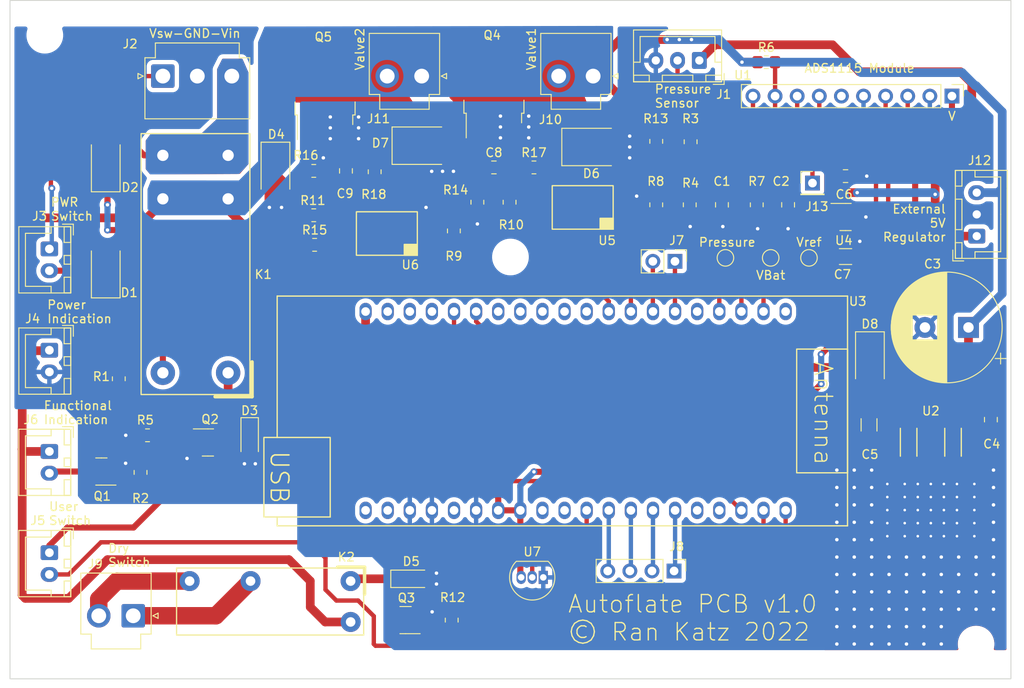
<source format=kicad_pcb>
(kicad_pcb (version 20211014) (generator pcbnew)
  (title_block (title "Autoflate - Tire inflator controller board") (company "NIghtmechanics") (comment 4 "AISLER Project ID: KECQLVEM"))
  (layers (0 "F.Cu" signal) (31 "B.Cu" signal) (34 "B.Paste" user) (35 "F.Paste" user) (36 "B.SilkS" user "B.Silkscreen") (37 "F.SilkS" user "F.Silkscreen") (38 "B.Mask" user) (39 "F.Mask" user) (44 "Edge.Cuts" user))
  (net 0 "")
  (net 1 "/Pressure")
  (net 2 "GND")
  (net 3 "/VBAT")
  (net 4 "+12V")
  (net 5 "+5V")
  (net 6 "/Vref")
  (net 7 "Net-(C8-Pad1)")
  (net 8 "Net-(C9-Pad1)")
  (net 9 "Net-(D1-Pad1)")
  (net 10 "Net-(D1-Pad2)")
  (net 11 "Net-(D2-Pad1)")
  (net 12 "Net-(D3-Pad1)")
  (net 13 "Net-(D5-Pad1)")
  (net 14 "Net-(D6-Pad1)")
  (net 15 "Net-(D7-Pad1)")
  (net 16 "Net-(D8-Pad1)")
  (net 17 "Net-(J1-Pad2)")
  (net 18 "/VDD3V3")
  (net 19 "/User_SW")
  (net 20 "Net-(J6-Pad2)")
  (net 21 "Net-(J8-Pad1)")
  (net 22 "Net-(J8-Pad2)")
  (net 23 "Net-(J8-Pad3)")
  (net 24 "Net-(J8-Pad4)")
  (net 25 "/Func_Ind")
  (net 26 "Net-(Q2-Pad1)")
  (net 27 "Net-(Q4-Pad1)")
  (net 28 "Net-(Q5-Pad1)")
  (net 29 "Net-(R10-Pad1)")
  (net 30 "Net-(R11-Pad1)")
  (net 31 "Net-(R13-Pad1)")
  (net 32 "Net-(R15-Pad1)")
  (net 33 "/ADC_SCL")
  (net 34 "/ADC_SDA")
  (net 35 "Net-(J2-Pad1)")
  (net 38 "Net-(J9-Pad1)")
  (net 52 "Net-(J9-Pad2)")
  (net 53 "Net-(R8-Pad2)")
  (net 54 "Net-(R9-Pad2)")
  (net 55 "/Vin")
  (net 56 "Net-(J13-Pad1)")
  (net 57 "/Temp_DQ")
  (net 59 "Net-(J7-Pad2)")
  (net 60 "/Valve1")
  (net 61 "/Valve2")
  (net 64 "Net-(J7-Pad1)")
  (net 65 "Net-(Q3-Pad1)")
  (footprint "Connector_JST:JST_XH_B2B-XH-A_1x02_P2.50mm_Vertical" (layer "F.Cu") (at 34.525 55.574375 -90)
    (fp_text reference "J3")
    (fp_text value "JST_XH_2")
  )
  (footprint "Resistor_SMD:R_0805_2012Metric_Pad1.20x1.40mm_HandSolder" (layer "F.Cu") (at 80.75 98.25 90)
    (fp_text reference "R12")
    (fp_text value "10k")
  )
  (footprint "Package_TO_SOT_THT:TO-92_Inline" (layer "F.Cu") (at 91.27 93.34 180)
    (fp_text reference "U7")
    (fp_text value "DS18B20")
  )
  (footprint "Capacitor_SMD:C_0805_2012Metric_Pad1.18x1.45mm_HandSolder" (layer "F.Cu") (at 126 47.2)
    (fp_text reference "C6")
    (fp_text value "0.1uF")
  )
  (footprint "Resistor_SMD:R_0805_2012Metric_Pad1.20x1.40mm_HandSolder" (layer "F.Cu") (at 87.4 50.2 90)
    (fp_text reference "R10")
    (fp_text value "100R")
  )
  (footprint "NIghtmechanic:OMRON_G5RL_1A_E" (layer "F.Cu") (at 55.0625 49.8125 90)
    (fp_text reference "K1")
    (fp_text value "G5RL-1A-E-HR")
  )
  (footprint "TestPoint:TestPoint_Pad_D1.5mm" (layer "F.Cu") (at 112.2 56.6)
    (fp_text reference "TP1" hide)
    (fp_text value "TestPoint")
  )
  (footprint "NIghtmechanic:K10104X" (layer "F.Cu") (at 95.8 52.05 180)
    (fp_text reference "U5")
    (fp_text value "K10104")
  )
  (footprint "Resistor_SMD:R_0805_2012Metric_Pad1.20x1.40mm_HandSolder" (layer "F.Cu") (at 115.8 50.5 -90)
    (fp_text reference "R7")
    (fp_text value "2k 0.1%")
  )
  (footprint "Connector_JST:JST_XH_B3B-XH-A_1x03_P2.50mm_Vertical" (layer "F.Cu") (at 141.075 54.1 90)
    (fp_text reference "J12")
    (fp_text value "JST_XH_3")
  )
  (footprint "Capacitor_SMD:C_0805_2012Metric_Pad1.18x1.45mm_HandSolder" (layer "F.Cu") (at 142.7 75.2 -90)
    (fp_text reference "C4")
    (fp_text value "0.1uF")
  )
  (footprint "Resistor_SMD:R_0805_2012Metric_Pad1.20x1.40mm_HandSolder" (layer "F.Cu") (at 42.5 70.5 -90)
    (fp_text reference "R1")
    (fp_text value "4.7k")
  )
  (footprint "Resistor_SMD:R_0805_2012Metric_Pad1.20x1.40mm_HandSolder" (layer "F.Cu") (at 64.9 46.6 180)
    (fp_text reference "R16")
    (fp_text value "4.7k")
  )
  (footprint "Diode_SMD:D_SMA" (layer "F.Cu") (at 128.8 68.5 -90)
    (fp_text reference "D8")
    (fp_text value "SS34")
  )
  (footprint "Capacitor_THT:CP_Radial_D12.5mm_P5.00mm" (layer "F.Cu") (at 140.123959 64.6 180)
    (fp_text reference "C3")
    (fp_text value "180uF/35V")
  )
  (footprint "NIghtmechanic:OMRON_G5NB_1A" (layer "F.Cu") (at 57.6375 93.7625 180)
    (fp_text reference "K2")
    (fp_text value "G5NB-1A-E")
  )
  (footprint "Capacitor_SMD:C_1206_3216Metric_Pad1.33x1.80mm_HandSolder" (layer "F.Cu") (at 126 56.45)
    (fp_text reference "C7")
    (fp_text value "1uF")
  )
  (footprint "Resistor_SMD:R_0805_2012Metric_Pad1.20x1.40mm_HandSolder" (layer "F.Cu") (at 71.9 46.7 90)
    (fp_text reference "R18")
    (fp_text value "2.2k")
  )
  (footprint "Resistor_SMD:R_0805_2012Metric_Pad1.20x1.40mm_HandSolder" (layer "F.Cu") (at 116.9 34.1)
    (fp_text reference "R6")
    (fp_text value "10k 0.1%")
  )
  (footprint "MountingHole:MountingHole_3.2mm_M3" (layer "F.Cu") (at 141 31)
    (fp_text reference "H2" hide)
    (fp_text value "MountingHole")
  )
  (footprint "Package_TO_SOT_SMD:TO-252-2" (layer "F.Cu") (at 85.6 37.5 90)
    (fp_text reference "Q4")
    (fp_text value "IRLR7843")
  )
  (footprint "Diode_SMD:D_SMB" (layer "F.Cu") (at 77.45 43.7)
    (fp_text reference "D7")
    (fp_text value "1SMB5932")
  )
  (footprint "TestPoint:TestPoint_Pad_D1.5mm" (layer "F.Cu") (at 117.4 56.6)
    (fp_text reference "TP2" hide)
    (fp_text value "TestPoint")
  )
  (footprint "MountingHole:MountingHole_3.2mm_M3" (layer "F.Cu") (at 34 101)
    (fp_text reference "H4" hide)
    (fp_text value "MountingHole")
  )
  (footprint "Resistor_SMD:R_0805_2012Metric_Pad1.20x1.40mm_HandSolder" (layer "F.Cu") (at 83.7 50.2 90)
    (fp_text reference "R14")
    (fp_text value "4.7k")
  )
  (footprint "NIghtmechanic:ST_D2PAK" (layer "F.Cu") (at 135.8 84.6 180)
    (fp_text reference "U2")
    (fp_text value "L7805")
  )
  (footprint "Connector_JST:JST_XH_B3B-XH-A_1x03_P2.50mm_Vertical" (layer "F.Cu") (at 109.2 33.9 180)
    (fp_text reference "J1")
    (fp_text value "JST_XH_3")
  )
  (footprint "NIghtmechanic:K10104X" (layer "F.Cu") (at 73.3 55.05 180)
    (fp_text reference "U6")
    (fp_text value "K10104")
  )
  (footprint "Diode_SMD:D_SMA" (layer "F.Cu") (at 60.5 46.7 -90)
    (fp_text reference "D4")
    (fp_text value "SS34")
  )
  (footprint "Capacitor_SMD:C_0805_2012Metric_Pad1.18x1.45mm_HandSolder" (layer "F.Cu") (at 111.8 50.5 -90)
    (fp_text reference "C1")
    (fp_text value "0.1uF")
  )
  (footprint "Resistor_SMD:R_0805_2012Metric_Pad1.20x1.40mm_HandSolder" (layer "F.Cu") (at 65 55.1 180)
    (fp_text reference "R15")
    (fp_text value "2k")
  )
  (footprint "TestPoint:TestPoint_Pad_D1.5mm" (layer "F.Cu") (at 121.8 56.6)
    (fp_text reference "TP3" hide)
    (fp_text value "TestPoint")
  )
  (footprint "Connector_PinHeader_2.54mm:PinHeader_1x04_P2.54mm_Vertical" (layer "F.Cu") (at 106.3 92.6 -90)
    (fp_text reference "J8")
    (fp_text value "Header_4")
  )
  (footprint "Package_TO_SOT_SMD:SOT-23" (layer "F.Cu") (at 52.7375 77.825)
    (fp_text reference "Q2")
    (fp_text value "AO3400A")
  )
  (footprint "Resistor_SMD:R_0805_2012Metric_Pad1.20x1.40mm_HandSolder" (layer "F.Cu") (at 45 81.2655 90)
    (fp_text reference "R2")
    (fp_text value "10k")
  )
  (footprint "Diode_SMD:D_SMA" (layer "F.Cu") (at 41 57.8 90)
    (fp_text reference "D1")
    (fp_text value "SS34")
  )
  (footprint "Connector_PinHeader_2.54mm:PinHeader_1x02_P2.54mm_Vertical" (layer "F.Cu") (at 106.4 57 -90)
    (fp_text reference "J7")
    (fp_text value "Header_2")
  )
  (footprint "Connector_JST:JST_VH_B3P-VH_1x03_P3.96mm_Vertical" (layer "F.Cu") (at 47.5625 35.7)
    (fp_text reference "J2")
    (fp_text value "JST_VH_3")
  )
  (footprint "Capacitor_SMD:C_0805_2012Metric_Pad1.18x1.45mm_HandSolder" (layer "F.Cu") (at 68.6 46.6 90)
    (fp_text reference "C9")
    (fp_text value "33nF")
  )
  (footprint "Connector_JST:JST_XH_B2B-XH-A_1x02_P2.50mm_Vertical" (layer "F.Cu") (at 34.525 90.5 -90)
    (fp_text reference "J5")
    (fp_text value "JST_XH_2")
  )
  (footprint "Connector_JST:JST_VH_B2P-VH_1x02_P3.96mm_Vertical" (layer "F.Cu") (at 77.3 35.7 180)
    (fp_text reference "J11")
    (fp_text value "JST_VH_2")
  )
  (footprint "Connector_JST:JST_VH_B2P-VH_1x02_P3.96mm_Vertical" (layer "F.Cu") (at 44.1575 97.75 180)
    (fp_text reference "J9")
    (fp_text value "JST_VH_2")
  )
  (footprint "Resistor_SMD:R_0805_2012Metric_Pad1.20x1.40mm_HandSolder" (layer "F.Cu") (at 81 53.5 90)
    (fp_text reference "R9")
    (fp_text value "1k")
  )
  (footprint "Resistor_SMD:R_0805_2012Metric_Pad1.20x1.40mm_HandSolder" (layer "F.Cu") (at 90.2 46.2)
    (fp_text reference "R17")
    (fp_text value "2.2k")
  )
  (footprint "NIghtmechanic:LILYGO_TTGO_ESP32_S2" (layer "F.Cu") (at 94.986 74.2 180)
    (fp_text reference "U3")
    (fp_text value "LILYGO_TTGO_ESP32_S2")
  )
  (footprint "Resistor_SMD:R_0805_2012Metric_Pad1.20x1.40mm_HandSolder" (layer "F.Cu") (at 104.25 43.2 90)
    (fp_text reference "R13")
    (fp_text value "2k")
  )
  (footprint "Resistor_SMD:R_0805_2012Metric_Pad1.20x1.40mm_HandSolder" (layer "F.Cu") (at 104.25 50.5 90)
    (fp_text reference "R8")
    (fp_text value "1k")
  )
  (footprint "Capacitor_SMD:C_1206_3216Metric_Pad1.33x1.80mm_HandSolder" (layer "F.Cu") (at 128.7 75.8 -90)
    (fp_text reference "C5")
    (fp_text value "1uF")
  )
  (footprint "Capacitor_SMD:C_0805_2012Metric_Pad1.18x1.45mm_HandSolder" (layer "F.Cu") (at 85.6 46.2 180)
    (fp_text reference "C8")
    (fp_text value "33nF")
  )
  (footprint "Package_TO_SOT_SMD:SOT-23" (layer "F.Cu") (at 75.45 98.25 180)
    (fp_text reference "Q3")
    (fp_text value "AO3400A")
  )
  (footprint "Diode_SMD:D_SOD-123" (layer "F.Cu") (at 76 93.5)
    (fp_text reference "D5")
    (fp_text value "BZT52C20")
  )
  (footprint "Connector_JST:JST_VH_B2P-VH_1x02_P3.96mm_Vertical" (layer "F.Cu") (at 97 35.7 180)
    (fp_text reference "J10")
    (fp_text value "JST_VH_2")
  )
  (footprint "Connector_JST:JST_XH_B2B-XH-A_1x02_P2.50mm_Vertical" (layer "F.Cu") (at 34.525 67.21625 -90)
    (fp_text reference "J4")
    (fp_text value "JST_XH_2")
  )
  (footprint "MountingHole:MountingHole_3.2mm_M3" (layer "F.Cu") (at 141 101)
    (fp_text reference "H3" hide)
    (fp_text value "MountingHole")
  )
  (footprint "Diode_SMD:D_SMB" (layer "F.Cu") (at 96.95 43.85)
    (fp_text reference "D6")
    (fp_text value "1SMB5932")
  )
  (footprint "Diode_SMD:D_SMA" (layer "F.Cu") (at 41 45.6 90)
    (fp_text reference "D2")
    (fp_text value "SS34")
  )
  (footprint "Resistor_SMD:R_0805_2012Metric_Pad1.20x1.40mm_HandSolder" (layer "F.Cu") (at 108.2 43.25 -90)
    (fp_text reference "R3")
    (fp_text value "1k 0.1%")
  )
  (footprint "Capacitor_SMD:C_0805_2012Metric_Pad1.18x1.45mm_HandSolder" (layer "F.Cu") (at 119.4 50.5 -90)
    (fp_text reference "C2")
    (fp_text value "0.1uF")
  )
  (footprint "Resistor_SMD:R_0805_2012Metric_Pad1.20x1.40mm_HandSolder" (layer "F.Cu") (at 108.1 50.5 -90)
    (fp_text reference "R4")
    (fp_text value "2k 0.1%")
  )
  (footprint "Package_TO_SOT_SMD:SOT-23" (layer "F.Cu") (at 126 51.9)
    (fp_text reference "U4")
    (fp_text value "MCP1525-TT")
  )
  (footprint "MountingHole:MountingHole_3.2mm_M3" (layer "F.Cu") (at 87.5 56.5)
    (fp_text reference "H5" hide)
    (fp_text value "MountingHole")
  )
  (footprint "Connector_PinHeader_2.54mm:PinHeader_1x01_P2.54mm_Vertical" (layer "F.Cu") (at 122.2 48)
    (fp_text reference "J13")
    (fp_text value "Header_1")
  )
  (footprint "Resistor_SMD:R_0805_2012Metric_Pad1.20x1.40mm_HandSolder" (layer "F.Cu") (at 64.9 51.7 180)
    (fp_text reference "R11")
    (fp_text value "100R")
  )
  (footprint "NIghtmechanic:GY-ADS1115" (layer "F.Cu") (at 138.225 38 -90)
    (fp_text reference "U1")
    (fp_text value "ADS1115_Module")
  )
  (footprint "Diode_SMD:D_SOD-123" (layer "F.Cu") (at 57.5375 77.225 -90)
    (fp_text reference "D3")
    (fp_text value "BZT52C20")
  )
  (footprint "Package_TO_SOT_SMD:SOT-23" (layer "F.Cu") (at 40.5 81.1655 180)
    (fp_text reference "Q1")
    (fp_text value "AO3400A")
  )
  (footprint "Connector_JST:JST_XH_B2B-XH-A_1x02_P2.50mm_Vertical" (layer "F.Cu") (at 34.525 78.858125 -90)
    (fp_text reference "J6")
    (fp_text value "JST_XH_2")
  )
  (footprint "Package_TO_SOT_SMD:TO-252-2" (layer "F.Cu") (at 66.2 37.7 90)
    (fp_text reference "Q5")
    (fp_text value "IRLR7843")
  )
  (footprint "MountingHole:MountingHole_3.2mm_M3" (layer "F.Cu") (at 34 31)
    (fp_text reference "H1" hide)
    (fp_text value "MountingHole")
  )
  (footprint "Resistor_SMD:R_0805_2012Metric_Pad1.20x1.40mm_HandSolder" (layer "F.Cu") (at 45.8 77 180)
    (fp_text reference "R5")
    (fp_text value "10k")
  )
  (gr_rect (start 30 27) (end 145 105) (layer "Edge.Cuts") (width 0.1) (fill none))
  (gr_text "Valve1" (at 89.9 32.6 90) (layer "F.SilkS") (effects (font (size 1 1))))
  (gr_text "User\nSwitch" (at 34.4 86) (layer "F.SilkS") (effects (font (size 1 1)) (justify left)))
  (gr_text "Autoflate PCB v1.0\n© Ran Katz 2022" (at 94 98) (layer "F.SilkS") (effects (font (size 2 2)) (justify left)))
  (gr_text "Dry\nSwitch" (at 41.2 90.8) (layer "F.SilkS") (effects (font (size 1 1)) (justify left)))
  (gr_text "Pressure" (at 112.4 54.8) (layer "F.SilkS") (effects (font (size 1 1))))
  (gr_text "Power\nIndication" (at 34.2 62.8) (layer "F.SilkS") (effects (font (size 1 1)) (justify left)))
  (gr_text "ADS1115 Module" (at 127.6 34.8) (layer "F.SilkS") (effects (font (size 1 1))))
  (gr_text "VBat" (at 117.4 58.6) (layer "F.SilkS") (effects (font (size 1 1))))
  (gr_text "Pressure\nSensor" (at 104 38) (layer "F.SilkS") (effects (font (size 1 1)) (justify left)))
  (gr_text "Functional\nIndication" (at 33.8 74.4) (layer "F.SilkS") (effects (font (size 1 1)) (justify left)))
  (gr_text "PWR\nSwitch" (at 34.6 51) (layer "F.SilkS") (effects (font (size 1 1)) (justify left)))
  (gr_text "Valve2" (at 70.2 32.6 90) (layer "F.SilkS") (effects (font (size 1 1))))
  (gr_text "Vsw-GND-Vin\n\n" (at 45.9 31.6) (layer "F.SilkS") (effects (font (size 1 1)) (justify left)))
  (gr_text "Vref" (at 121.8 54.8) (layer "F.SilkS") (effects (font (size 1 1))))
  (gr_text "External\n5V\nRegulator" (at 137.6 52.6) (layer "F.SilkS") (effects (font (size 1 1)) (justify right)))
  (segment (start 110.6 57.2) (end 109.9625 56.5625) (width 0.5) (layer "F.Cu") (net 1))
  (segment (start 111.8 49.4625) (end 111.8 46.1) (width 0.5) (layer "F.Cu") (net 1))
  (segment (start 108.1 44.35) (end 108.2 44.25) (width 0.5) (layer "F.Cu") (net 1))
  (segment (start 108.1 49.5) (end 108.1 44.35) (width 0.5) (layer "F.Cu") (net 1))
  (segment (start 115.365 42.535) (end 115.365 38) (width 0.5) (layer "F.Cu") (net 1))
  (segment (start 108.1375 49.4625) (end 108.1 49.5) (width 0.5) (layer "F.Cu") (net 1))
  (segment (start 109.9625 56.5625) (end 109.9625 49.4625) (width 0.5) (layer "F.Cu") (net 1))
  (segment (start 111.6 57.2) (end 110.6 57.2) (width 0.5) (layer "F.Cu") (net 1))
  (segment (start 111.8 46.1) (end 115.365 42.535) (width 0.5) (layer "F.Cu") (net 1))
  (segment (start 111.8 49.4625) (end 109.9625 49.4625) (width 0.5) (layer "F.Cu") (net 1))
  (segment (start 112.2 56.6) (end 111.6 57.2) (width 0.5) (layer "F.Cu") (net 1))
  (segment (start 111.496 62.77) (end 111.496 58.096) (width 0.5) (layer "F.Cu") (net 1))
  (segment (start 109.9625 49.4625) (end 108.1375 49.4625) (width 0.5) (layer "F.Cu") (net 1))
  (segment (start 111.496 58.096) (end 110.6 57.2) (width 0.5) (layer "F.Cu") (net 1))
  (segment (start 100.3 49.51) (end 101.99 49.51) (width 0.5) (layer "F.Cu") (net 2))
  (segment (start 41.4375 80.2155) (end 43.2845 80.2155) (width 0.5) (layer "F.Cu") (net 2))
  (segment (start 127.0375 47.2) (end 128.4375 47.2) (width 0.5) (layer "F.Cu") (net 2))
  (segment (start 115.8 51.5) (end 115.8 53.15) (width 0.5) (layer "F.Cu") (net 2))
  (segment (start 44.8 77) (end 43.3 77) (width 0.5) (layer "F.Cu") (net 2))
  (segment (start 44.95 80.2155) (end 45 80.2655) (width 0.5) (layer "F.Cu") (net 2))
  (segment (start 108.1 52.95) (end 108.15 53) (width 0.5) (layer "F.Cu") (net 2))
  (segment (start 68.6 42.02) (end 68.48 41.9) (width 0.5) (layer "F.Cu") (net 2))
  (segment (start 128.7 77.3625) (end 128.7 80.7) (width 0.5) (layer "F.Cu") (net 2))
  (segment (start 80.7 97.3) (end 80.75 97.25) (width 0.5) (layer "F.Cu") (net 2))
  (segment (start 68.6 45.5625) (end 68.6 42.02) (width 0.5) (layer "F.Cu") (net 2))
  (segment (start 43.2845 80.2155) (end 44.95 80.2155) (width 0.5) (layer "F.Cu") (net 2))
  (segment (start 142.7 76.2375) (end 142.7 80.7) (width 0.5) (layer "F.Cu") (net 2))
  (segment (start 83.7 51.2) (end 83.7 52.7) (width 0.5) (layer "F.Cu") (net 2))
  (segment (start 65.9 46.6) (end 65.9 45.2) (width 0.5) (layer "F.Cu") (net 2))
  (segment (start 111.8 52.9) (end 111.9 53) (width 0.5) (layer "F.Cu") (net 2))
  (segment (start 76.3875 97.3) (end 78.5 97.3) (width 0.5) (layer "F.Cu") (net 2))
  (segment (start 108.1 51.5) (end 108.1 52.95) (width 0.5) (layer "F.Cu") (net 2))
  (segment (start 65.9 45.2) (end 66 45.1) (width 0.5) (layer "F.Cu") (net 2))
  (segment (start 84.5625 46.2) (end 84.5625 44.5875) (width 0.5) (layer "F.Cu") (net 2))
  (segment (start 78.5 97.3) (end 80.7 97.3) (width 0.5) (layer "F.Cu") (net 2))
  (segment (start 51.222 78.775) (end 50.3375 79.6595) (width 0.5) (layer "F.Cu") (net 2))
  (segment (start 111.8 51.5375) (end 111.8 52.9) (width 0.5) (layer "F.Cu") (net 2))
  (segment (start 84.5625 44.5875) (end 86.35 42.8) (width 0.5) (layer "F.Cu") (net 2))
  (segment (start 101.99 49.51) (end 102 49.5) (width 0.5) (layer "F.Cu") (net 2))
  (segment (start 127.5625 56.45) (end 127.5625 54.775) (width 0.5) (layer "F.Cu") (net 2))
  (segment (start 142.7 80.7) (end 143 81) (width 0.5) (layer "F.Cu") (net 2))
  (segment (start 77.8 52.51) (end 77.8 50.8) (width 0.5) (layer "F.Cu") (net 2))
  (segment (start 126.9375 51.9) (end 128.3375 51.9) (width 0.5) (layer "F.Cu") (net 2))
  (segment (start 128.7 80.7) (end 129 81) (width 0.5) (layer "F.Cu") (net 2))
  (segment (start 51.8 78.775) (end 51.222 78.775) (width 0.5) (layer "F.Cu") (net 2))
  (segment (start 115.8 53.15) (end 115.9 53.25) (width 0.5) (layer "F.Cu") (net 2))
  (segment (start 127.5625 54.775) (end 127.6375 54.7) (width 0.5) (layer "F.Cu") (net 2))
  (segment (start 119.4 51.5375) (end 119.4 53.25) (width 0.5) (layer "F.Cu") (net 2))
  (via (at 61.2 50.8) (size 0.8) (drill 0.4) (layers "F.Cu" "B.Cu") (net 2))
  (via (at 131 97) (size 0.8) (drill 0.4) (layers "F.Cu" "B.Cu") (net 2))
  (via (at 133 97) (size 0.8) (drill 0.4) (layers "F.Cu" "B.Cu") (net 2))
  (via (at 83.7 52.7) (size 0.8) (drill 0.4) (layers "F.Cu" "B.Cu") (net 2))
  (via (at 101.2 45.1) (size 0.8) (drill 0.4) (layers "F.Cu" "B.Cu") (net 2))
  (via (at 66 45.1) (size 0.8) (drill 0.4) (layers "F.Cu" "B.Cu") (net 2))
  (via (at 133 99) (size 0.8) (drill 0.4) (layers "F.Cu" "B.Cu") (net 2))
  (via (at 115.9 53.25) (size 0.8) (drill 0.4) (layers "F.Cu" "B.Cu") (net 2))
  (via (at 137 95) (size 0.8) (drill 0.4) (layers "F.Cu" "B.Cu") (net 2))
  (via (at 129 99) (size 0.8) (drill 0.4) (layers "F.Cu" "B.Cu") (net 2))
  (via (at 143 85) (size 0.8) (drill 0.4) (layers "F.Cu" "B.Cu") (net 2))
  (via (at 143 93) (size 0.8) (drill 0.4) (layers "F.Cu" "B.Cu") (net 2))
  (via (at 108.15 53) (size 0.8) (drill 0.4) (layers "F.Cu" "B.Cu") (net 2))
  (via (at 79.7 46.65) (size 0.8) (drill 0.4) (layers "F.Cu" "B.Cu") (net 2))
  (via (at 78.45 46.65) (size 0.8) (drill 0.4) (layers "F.Cu" "B.Cu") (net 2))
  (via (at 86.35 40.3) (size 0.8) (drill 0.4) (layers "F.Cu" "B.Cu") (net 2))
  (via (at 141 93) (size 0.8) (drill 0.4) (layers "F.Cu" "B.Cu") (net 2))
  (via (at 79 92.85) (size 0.8) (drill 0.4) (layers "F.Cu" "B.Cu") (net 2))
  (via (at 70.05 42.9) (size 0.8) (drill 0.4) (layers "F.Cu" "B.Cu") (net 2))
  (via (at 141 97) (size 0.8) (drill 0.4) (layers "F.Cu" "B.Cu") (net 2))
  (via (at 79 94.1) (size 0.8) (drill 0.4) (layers "F.Cu" "B.Cu") (net 2))
  (via (at 127 83) (size 0.8) (drill 0.4) (layers "F.Cu" "B.Cu") (net 2))
  (via (at 143 97) (size 0.8) (drill 0.4) (layers "F.Cu" "B.Cu") (net 2))
  (via (at 135 91) (size 0.8) (drill 0.4) (layers "F.Cu" "B.Cu") (net 2))
  (via (at 127 97) (size 0.8) (drill 0.4) (layers "F.Cu" "B.Cu") (net 2))
  (via (at 139 91) (size 0.8) (drill 0.4) (layers "F.Cu" "B.Cu") (net 2))
  (via (at 131 101) (size 0.8) (drill 0.4) (layers "F.Cu" "B.Cu") (net 2))
  (via (at 127.6375 54.7) (size 0.8) (drill 0.4) (layers "F.Cu" "B.Cu") (net 2))
  (via (at 129 95) (size 0.8) (drill 0.4) (layers "F.Cu" "B.Cu") (net 2))
  (via (at 133 101) (size 0.8) (drill 0.4) (layers "F.Cu" "B.Cu") (net 2))
  (via (at 137 93) (size 0.8) (drill 0.4) (layers "F.Cu" "B.Cu") (net 2))
  (via (at 129 97) (size 0.8) (drill 0.4) (layers "F.Cu" "B.Cu") (net 2))
  (via (at 129 87) (size 0.8) (drill 0.4) (layers "F.Cu" "B.Cu") (net 2))
  (via (at 131 91) (size 0.8) (drill 0.4) (layers "F.Cu" "B.Cu") (net 2))
  (via (at 128.4375 47.2) (size 0.8) (drill 0.4) (layers "F.Cu" "B.Cu") (net 2))
  (via (at 143 89) (size 0.8) (drill 0.4) (layers "F.Cu" "B.Cu") (net 2))
  (via (at 137 91) (size 0.8) (drill 0.4) (layers "F.Cu" "B.Cu") (net 2))
  (via (at 137 101) (size 0.8) (drill 0.4) (layers "F.Cu" "B.Cu") (net 2))
  (via (at 135 95) (size 0.8) (drill 0.4) (layers "F.Cu" "B.Cu") (net 2))
  (via (at 129 93) (size 0.8) (drill 0.4) (layers "F.Cu" "B.Cu") (net 2))
  (via (at 86.35 41.55) (size 0.8) (drill 0.4) (layers "F.Cu" "B.Cu") (net 2))
  (via (at 70.05 40.4) (size 0.8) (drill 0.4) (layers "F.Cu" "B.Cu") (net 2))
  (via (at 143 83) (size 0.8) (drill 0.4) (layers "F.Cu" "B.Cu") (net 2))
  (via (at 143 81) (size 0.8) (drill 0.4) (layers "F.Cu" "B.Cu") (net 2))
  (via (at 125 97) (size 0.8) (drill 0.4) (layers "F.Cu" "B.Cu") (net 2))
  (via (at 66.8 42.9) (size 0.8) (drill 0.4) (layers "F.Cu" "B.Cu") (net 2))
  (via (at 50.3375 79.6595) (size 0.8) (drill 0.4) (layers "F.Cu" "B.Cu") (net 2))
  (via (at 89.6 41.55) (size 0.8) (drill 0.4) (layers "F.Cu" "B.Cu") (net 2))
  (via (at 125 85) (size 0.8) (drill 0.4) (layers "F.Cu" "B.Cu") (net 2))
  (via (at 89.6 40.3) (size 0.8) (drill 0.4) (layers "F.Cu" "B.Cu") (net 2))
  (via (at 143 91) (size 0.8) (drill 0.4) (layers "F.Cu" "B.Cu") (net 2))
  (via (at 56.9375 80.275) (size 0.8) (drill 0.4) (layers "F.Cu" "B.Cu") (net 2))
  (via (at 102 49.5) (size 0.8) (drill 0.4) (layers "F.Cu" "B.Cu") (net 2))
  (via (at 127 85) (size 0.8) (drill 0.4) (layers "F.Cu" "B.Cu") (net 2))
  (via (at 129 91) (size 0.8) (drill 0.4) (layers "F.Cu" "B.Cu") (net 2))
  (via (at 59.8 50.8) (size 0.8) (drill 0.4) (layers "F.Cu" "B.Cu") (net 2))
  (via (at 129 89) (size 0.8) (drill 0.4) (layers "F.Cu" "B.Cu") (net 2))
  (via (at 125 95) (size 0.8) (drill 0.4) (layers "F.Cu" "B.Cu") (net 2))
  (via (at 127 99) (size 0.8) (drill 0.4) (layers "F.Cu" "B.Cu") (net 2))
  (via (at 139 95) (size 0.8) (drill 0.4) (layers "F.Cu" "B.Cu") (net 2))
  (via (at 143 95) (size 0.8) (drill 0.4) (layers "F.Cu" "B.Cu") (net 2))
  (via (at 127 89) (size 0.8) (drill 0.4) (layers "F.Cu" "B.Cu") (net 2))
  (via (at 125 81) (size 0.8) (drill 0.4) (layers "F.Cu" "B.Cu") (net 2))
  (via (at 133 91) (size 0.8) (drill 0.4) (layers "F.Cu" "B.Cu") (net 2))
  (via (at 139 93) (size 0.8) (drill 0.4) (layers "F.Cu" "B.Cu") (net 2))
  (via (at 58.1875 80.275) (size 0.8) (drill 0.4) (layers "F.Cu" "B.Cu") (net 2))
  (via (at 129 83) (size 0.8) (drill 0.4) (layers "F.Cu" "B.Cu") (net 2))
  (via (at 43.3 77) (size 0.8) (drill 0.4) (layers "F.Cu" "B.Cu") (net 2))
  (via (at 141 95) (size 0.8) (drill 0.4) (layers "F.Cu" "B.Cu") (net 2))
  (via (at 111.9 53) (size 0.8) (drill 0.4) (layers "F.Cu" "B.Cu") (net 2))
  (via (at 125 89) (size 0.8) (drill 0.4) (layers "F.Cu" "B.Cu") (net 2))
  (via (at 66.8 41.65) (size 0.8) (drill 0.4) (layers "F.Cu" "B.Cu") (net 2))
  (via (at 127 87) (size 0.8) (drill 0.4) (layers "F.Cu" "B.Cu") (net 2))
  (via (at 125 99) (size 0.8) (drill 0.4) (layers "F.Cu" "B.Cu") (net 2))
  (via (at 127 91) (size 0.8) (drill 0.4) (layers "F.Cu" "B.Cu") (net 2))
  (via (at 125 87) (size 0.8) (drill 0.4) (layers "F.Cu" "B.Cu") (net 2))
  (via (at 125 101) (size 0.8) (drill 0.4) (layers "F.Cu" "B.Cu") (net 2))
  (via (at 133 93) (size 0.8) (drill 0.4) (layers "F.Cu" "B.Cu") (net 2))
  (via (at 135 101) (size 0.8) (drill 0.4) (layers "F.Cu" "B.Cu") (net 2))
  (via (at 66.8 40.4) (size 0.8) (drill 0.4) (layers "F.Cu" "B.Cu") (net 2))
  (via (at 141 91) (size 0.8) (drill 0.4) (layers "F.Cu" "B.Cu") (net 2))
  (via (at 127 93) (size 0.8) (drill 0.4) (layers "F.Cu" "B.Cu") (net 2))
  (via (at 129 81) (size 0.8) (drill 0.4) (layers "F.Cu" "B.Cu") (net 2))
  (via (at 139 97) (size 0.8) (drill 0.4) (layers "F.Cu" "B.Cu") (net 2))
  (via (at 127 95) (size 0.8) (drill 0.4) (layers "F.Cu" "B.Cu") (net 2))
  (via (at 80.95 46.65) (size 0.8) (drill 0.4) (layers "F.Cu" "B.Cu") (net 2))
  (via (at 128.3375 51.9) (size 0.8) (drill 0.4) (layers "F.Cu" "B.Cu") (net 2))
  (via (at 127 81) (size 0.8) (drill 0.4) (layers "F.Cu" "B.Cu") (net 2))
  (via (at 129 85) (size 0.8) (drill 0.4) (layers "F.Cu" "B.Cu") (net 2))
  (via (at 77.8 50.8) (size 0.8) (drill 0.4) (layers "F.Cu" "B.Cu") (net 2))
  (via (at 135 99) (size 0.8) (drill 0.4) (layers "F.Cu" "B.Cu") (net 2))
  (via (at 131 95) (size 0.8) (drill 0.4) (layers "F.Cu" "B.Cu") (net 2))
  (via (at 43.2845 80.2155) (size 0.8) (drill 0.4) (layers "F.Cu" "B.Cu") (net 2))
  (via (at 135 93) (size 0.8) (drill 0.4) (layers "F.Cu" "B.Cu") (net 2))
  (via (at 135 97) (size 0.8) (drill 0.4) (layers "F.Cu" "B.Cu") (net 2))
  (via (at 119.4 53.25) (size 0.8) (drill 0.4) (layers "F.Cu" "B.Cu") (net 2))
  (via (at 125 93) (size 0.8) (drill 0.4) (layers "F.Cu" "B.Cu") (net 2))
  (via (at 129 101) (size 0.8) (drill 0.4) (layers "F.Cu" "B.Cu") (net 2))
  (via (at 101.2 43.85) (size 0.8) (drill 0.4) (layers "F.Cu" "B.Cu") (net 2))
  (via (at 70.05 41.65) (size 0.8) (drill 0.4) (layers "F.Cu" "B.Cu") (net 2))
  (via (at 86.35 42.8) (size 0.8) (drill 0.4) (layers "F.Cu" "B.Cu") (net 2))
  (via (at 137 97) (size 0.8) (drill 0.4) (layers "F.Cu" "B.Cu") (net 2))
  (via (at 131 99) (size 0.8) (drill 0.4) (layers "F.Cu" "B.Cu") (net 2))
  (via (at 78.5 97.3) (size 0.8) (drill 0.4) (layers "F.Cu" "B.Cu") (net 2))
  (via (at 131 93) (size 0.8) (drill 0.4) (layers "F.Cu" "B.Cu") (net 2))
  (via (at 143 87) (size 0.8) (drill 0.4) (layers "F.Cu" "B.Cu") (net 2))
  (via (at 127 101) (size 0.8) (drill 0.4) (layers "F.Cu" "B.Cu") (net 2))
  (via (at 137 99) (size 0.8) (drill 0.4) (layers "F.Cu" "B.Cu") (net 2))
  (via (at 125 83) (size 0.8) (drill 0.4) (layers "F.Cu" "B.Cu") (net 2))
  (via (at 89.6 42.8) (size 0.8) (drill 0.4) (layers "F.Cu" "B.Cu") (net 2))
  (via (at 101.2 42.6) (size 0.8) (drill 0.4) (layers "F.Cu" "B.Cu") (net 2))
  (via (at 125 91) (size 0.8) (drill 0.4) (layers "F.Cu" "B.Cu") (net 2))
  (via (at 133 95) (size 0.8) (drill 0.4) (layers "F.Cu" "B.Cu") (net 2))
  (segment (start 117.5 54.2) (end 117.5 49.5) (width 0.5) (layer "F.Cu") (net 3))
  (segment (start 116.05 55.65) (end 116.55 55.15) (width 0.5) (layer "F.Cu") (net 3))
  (segment (start 114.036 62.77) (end 114.036 57.664) (width 0.5) (layer "F.Cu") (net 3))
  (segment (start 117.905 38) (end 117.905 34.105) (width 0.5) (layer "F.Cu") (net 3))
  (segment (start 117.5 49.5) (end 117.5 41.8) (width 0.5) (layer "F.Cu") (net 3))
  (segment (start 116.55 55.75) (end 116.55 55.15) (width 0.5) (layer "F.Cu") (net 3))
  (segment (start 117.4 56.6) (end 116.55 55.75) (width 0.5) (layer "F.Cu") (net 3))
  (segment (start 117.5 41.8) (end 117.905 41.395) (width 0.5) (layer "F.Cu") (net 3))
  (segment (start 115.8 49.5) (end 117.5 49.5) (width 0.5) (layer "F.Cu") (net 3))
  (segment (start 119.3625 49.5) (end 119.4 49.4625) (width 0.5) (layer "F.Cu") (net 3))
  (segment (start 117.905 34.105) (end 117.9 34.1) (width 0.5) (layer "F.Cu") (net 3))
  (segment (start 116.55 55.15) (end 117.5 54.2) (width 0.5) (layer "F.Cu") (net 3))
  (segment (start 114.036 57.664) (end 116.05 55.65) (width 0.5) (layer "F.Cu") (net 3))
  (segment (start 117.5 49.5) (end 119.3625 49.5) (width 0.5) (layer "F.Cu") (net 3))
  (segment (start 117.905 41.395) (end 117.905 38) (width 0.5) (layer "F.Cu") (net 3))
  (segment (start 138.34 70.66) (end 138.34 74.25) (width 1) (layer "F.Cu") (net 4))
  (segment (start 41.2 91.3) (end 62.05 91.3) (width 1) (layer "F.Cu") (net 4))
  (segment (start 36.75 95.75) (end 41.2 91.3) (width 1) (layer "F.Cu") (net 4))
  (segment (start 60.5 44.7) (end 59.7 44.7) (width 1) (layer "F.Cu") (net 4))
  (segment (start 31.4 52.85) (end 31.4 67.3655) (width 1) (layer "F.Cu") (net 4))
  (segment (start 31.658125 78.858125) (end 31.4 78.6) (width 1) (layer "F.Cu") (net 4))
  (segment (start 97 34.6) (end 100.1 31.5) (width 1) (layer "F.Cu") (net 4))
  (segment (start 115.9 34.1) (end 114.1 34.1) (width 1) (layer "F.Cu") (net 4))
  (segment (start 47.5625 49.8125) (end 55.0625 49.8125) (width 1) (layer "F.Cu") (net 4))
  (segment (start 140.123959 68.876041) (end 140.123959 64.6) (width 1) (layer "F.Cu") (net 4))
  (segment (start 57.75 53.75) (end 55.3125 51.3125) (width 1) (layer "F.Cu") (net 4))
  (segment (start 31.4 76.2) (end 31.4 78.6) (width 1) (layer "F.Cu") (net 4))
  (segment (start 138.4275 74.1625) (end 138.34 74.25) (width 1) (layer "F.Cu") (net 4))
  (segment (start 32.25 52) (end 31.4 52.85) (width 1) (layer "F.Cu") (net 4))
  (segment (start 106.9 31.5) (end 108.3 31.5) (width 1) (layer "F.Cu") (net 4))
  (segment (start 47.8125 49.9375) (end 45.75 52) (width 1) (layer "F.Cu") (net 4))
  (segment (start 97 35.7) (end 97 34.6) (width 1) (layer "F.Cu") (net 4))
  (segment (start 59.7 45.175) (end 55.0625 49.8125) (width 1) (layer "F.Cu") (net 4))
  (segment (start 31.4 78.6) (end 31.4 95.4) (width 1) (layer "F.Cu") (net 4))
  (segment (start 45.75 52) (end 32.25 52) (width 1) (layer "F.Cu") (net 4))
  (segment (start 66.2125 98.4625) (end 69.1375 98.4625) (width 1) (layer "F.Cu") (net 4))
  (segment (start 64.5 96.75) (end 66.2125 98.4625) (width 1) (layer "F.Cu") (net 4))
  (segment (start 105.5 31.5) (end 106.9 31.5) (width 1) (layer "F.Cu") (net 4))
  (segment (start 62 53.75) (end 57.75 53.75) (width 1) (layer "F.Cu") (net 4))
  (segment (start 34.525 78.858125) (end 31.658125 78.858125) (width 1) (layer "F.Cu") (net 4))
  (segment (start 142.7 74.1625) (end 138.4275 74.1625) (width 1) (layer "F.Cu") (net 4))
  (segment (start 100.1 31.5) (end 105.5 31.5) (width 1) (layer "F.Cu") (net 4))
  (segment (start 140.123959 68.876041) (end 138.34 70.66) (width 1) (layer "F.Cu") (net 4))
  (segment (start 31.4915 67.274) (end 31.4 67.3655) (width 1) (layer "F.Cu") (net 4))
  (segment (start 97.75 35.7) (end 104.25 42.2) (width 1) (layer "F.Cu") (net 4))
  (segment (start 63.35 55.1) (end 62 53.75) (width 1) (layer "F.Cu") (net 4))
  (segment (start 34.05 67.274) (end 31.4915 67.274) (width 1) (layer "F.Cu") (net 4))
  (segment (start 31.4 95.4) (end 31.75 95.75) (width 1) (layer "F.Cu") (net 4))
  (segment (start 97 35.7) (end 97.75 35.7) (width 1) (layer "F.Cu") (net 4))
  (segment (start 64 55.1) (end 63.35 55.1) (width 1) (layer "F.Cu") (net 4))
  (segment (start 31.4 67.3655) (end 31.4 68.8655) (width 1) (layer "F.Cu") (net 4))
  (segment (start 62.05 91.3) (end 64.5 93.75) (width 1) (layer "F.Cu") (net 4))
  (segment (start 31.4 68.8655) (end 31.4 76.2) (width 1) (layer "F.Cu") (net 4))
  (segment (start 64.5 93.75) (end 64.5 96.75) (width 1) (layer "F.Cu") (net 4))
  (segment (start 59.7 44.7) (end 59.7 45.175) (width 1) (layer "F.Cu") (net 4))
  (segment (start 31.75 95.75) (end 36.75 95.75) (width 1) (layer "F.Cu") (net 4))
  (via (at 108.3 31.5) (size 0.8) (drill 0.4) (layers "F.Cu" "B.Cu") (net 4))
  (via (at 105.5 31.5) (size 0.8) (drill 0.4) (layers "F.Cu" "B.Cu") (net 4))
  (via (at 106.9 31.5) (size 0.8) (drill 0.4) (layers "F.Cu" "B.Cu") (net 4))
  (via (at 114.1 34.1) (size 0.8) (drill 0.4) (layers "F.Cu" "B.Cu") (net 4))
  (segment (start 140.9 36.8) (end 141 36.8) (width 1) (layer "B.Cu") (net 4))
  (segment (start 144 48.6) (end 144 60.723959) (width 1) (layer "B.Cu") (net 4))
  (segment (start 143.5 49.1) (end 144 48.6) (width 1) (layer "B.Cu") (net 4))
  (segment (start 141 36.8) (end 144 39.8) (width 1) (layer "B.Cu") (net 4))
  (segment (start 126.6 34.1) (end 127.8 35.3) (width 1) (layer "B.Cu") (net 4))
  (segment (start 139.4 35.3) (end 140.9 36.8) (width 1) (layer "B.Cu") (net 4))
  (segment (start 114.1 34.1) (end 126.6 34.1) (width 1) (layer "B.Cu") (net 4))
  (segment (start 105.5 31.5) (end 111.5 31.5) (width 1) (layer "B.Cu") (net 4))
  (segment (start 141.075 49.1) (end 143.5 49.1) (width 1) (layer "B.Cu") (net 4))
  (segment (start 144 60.723959) (end 140.123959 64.6) (width 1) (layer "B.Cu") (net 4))
  (segment (start 144 39.8) (end 144 48.6) (width 1) (layer "B.Cu") (net 4))
  (segment (start 114.1 34.1) (end 111.5 31.5) (width 1) (layer "B.Cu") (net 4))
  (segment (start 127.8 35.3) (end 139.4 35.3) (width 1) (layer "B.Cu") (net 4))
  (segment (start 136.3 58.1) (end 136.3 53.9) (width 1) (layer "F.Cu") (net 5))
  (segment (start 140.5 41) (end 140.5 36.5) (width 1) (layer "F.Cu") (net 5))
  (segment (start 133.26 74.25) (end 133.26 68.66) (width 1) (layer "F.Cu") (net 5))
  (segment (start 136.5 54.1) (end 136.3 53.9) (width 1) (layer "F.Cu") (net 5))
  (segment (start 140.5 36.5) (end 139.2 35.2) (width 1) (layer "F.Cu") (net 5))
  (segment (start 125.2375 49.1) (end 127.3375 49.1) (width 1) (layer "F.Cu") (net 5))
  (segment (start 133.26 68.66) (end 132.3 67.7) (width 1) (layer "F.Cu") (net 5))
  (segment (start 133.26 74.25) (end 128.7125 74.25) (width 1) (layer "F.Cu") (net 5))
  (segment (start 125.0625 49.275) (end 125.0625 47.3) (width 1) (layer "F.Cu") (net 5))
  (segment (start 127.6 35.2) (end 124.5 32.1) (width 1) (layer "F.Cu") (net 5))
  (segment (start 132.3 62.1) (end 136.3 58.1) (width 1) (layer "F.Cu") (net 5))
  (segment (start 136.3 53.9) (end 136.3 53.7) (width 1) (layer "F.Cu") (net 5))
  (segment (start 136.3 49.3) (end 136.3 47.8) (width 1) (layer "F.Cu") (net 5))
  (segment (start 128.7 70.6) (end 128.8 70.5) (width 1) (layer "F.Cu") (net 5))
  (segment (start 128.7125 74.25) (end 128.7 74.2375) (width 1) (layer "F.Cu") (net 5))
  (segment (start 141.075 54.1) (end 136.5 54.1) (width 1) (layer "F.Cu") (net 5))
  (segment (start 111 32.1) (end 109.2 33.9) (width 1) (layer "F.Cu") (net 5))
  (segment (start 124.5 32.1) (end 111 32.1) (width 1) (layer "F.Cu") (net 5))
  (segment (start 136.3 45.2) (end 140.5 41) (width 1) (layer "F.Cu") (net 5))
  (segment (start 128.7 74.2375) (end 128.7 70.6) (width 1) (layer "F.Cu") (net 5))
  (segment (start 136.3 47.8) (end 136.3 45.2) (width 1) (layer "F.Cu") (net 5))
  (segment (start 125.0625 50.95) (end 125.0625 49.275) (width 1) (layer "F.Cu") (net 5))
  (segment (start 139.2 35.2) (end 127.6 35.2) (width 1) (layer "F.Cu") (net 5))
  (segment (start 125.0625 49.275) (end 125.2375 49.1) (width 1) (layer "F.Cu") (net 5))
  (segment (start 125.0625 47.3) (end 124.9625 47.2) (width 1) (layer "F.Cu") (net 5))
  (segment (start 132.3 67.7) (end 132.3 62.1) (width 1) (layer "F.Cu") (net 5))
  (segment (start 136.3 53.7) (end 136.3 49.3) (width 1) (layer "F.Cu") (net 5))
  (via (at 127.3375 49.1) (size 0.8) (drill 0.4) (layers "F.Cu" "B.Cu") (net 5))
  (via (at 136.3 49.3) (size 0.8) (drill 0.4) (layers "F.Cu" "B.Cu") (net 5))
  (segment (start 127.3375 49.1) (end 136.1 49.1) (width 1) (layer "B.Cu") (net 5))
  (segment (start 136.1 49.1) (end 136.3 49.3) (width 1) (layer "B.Cu") (net 5))
  (segment (start 121.95 56.45) (end 121.8 56.6) (width 0.5) (layer "F.Cu") (net 6))
  (segment (start 120.2 56.6) (end 116.576 60.224) (width 0.5) (layer "F.Cu") (net 6))
  (segment (start 124.4375 53.475) (end 125.0625 52.85) (width 0.5) (layer "F.Cu") (net 6))
  (segment (start 124.45 52.85) (end 125.0625 52.85) (width 0.5) (layer "F.Cu") (net 6))
  (segment (start 122.985 38) (end 122.985 39.585) (width 0.5) (layer "F.Cu") (net 6))
  (segment (start 123.8 52.2) (end 124.45 52.85) (width 0.5) (layer "F.Cu") (net 6))
  (segment (start 116.576 60.224) (end 116.576 60.624) (width 0.5) (layer "F.Cu") (net 6))
  (segment (start 124.4375 56.45) (end 121.95 56.45) (width 0.5) (layer "F.Cu") (net 6))
  (segment (start 122.985 39.585) (end 123.8 40.4) (width 0.5) (layer "F.Cu") (net 6))
  (segment (start 124.4375 56.45) (end 124.4375 53.475) (width 0.5) (layer "F.Cu") (net 6))
  (segment (start 121.8 56.6) (end 120.2 56.6) (width 0.5) (layer "F.Cu") (net 6))
  (segment (start 123.8 40.4) (end 123.8 52.2) (width 0.5) (layer "F.Cu") (net 6))
  (segment (start 116.576 62.77) (end 116.576 60.624) (width 0.5) (layer "F.Cu") (net 6))
  (segment (start 86.6375 46.2) (end 89.2 46.2) (width 0.5) (layer "F.Cu") (net 7))
  (segment (start 68.6 47.6375) (end 71.8375 47.6375) (width 0.5) (layer "F.Cu") (net 8))
  (segment (start 71.8375 47.6375) (end 71.9 47.7) (width 0.5) (layer "F.Cu") (net 8))
  (segment (start 41 59.8) (end 41 61.7) (width 0.5) (layer "F.Cu") (net 9))
  (segment (start 41 61.7) (end 42.5 63.2) (width 0.5) (layer "F.Cu") (net 9))
  (segment (start 42.5 63.2) (end 42.5 69.5) (width 0.5) (layer "F.Cu") (net 9))
  (segment (start 37.675625 58.074375) (end 34.525 58.074375) (width 0.7) (layer "F.Cu") (net 10))
  (segment (start 37.675625 58.074375) (end 37.675625 56.724375) (width 0.7) (layer "F.Cu") (net 10))
  (segment (start 37.675625 56.724375) (end 38.6 55.8) (width 0.7) (layer "F.Cu") (net 10))
  (segment (start 38.6 55.8) (end 41 55.8) (width 0.7) (layer "F.Cu") (net 10))
  (segment (start 47.5625 54.9625) (end 47.5625 69.8125) (width 0.7) (layer "F.Cu") (net 11))
  (segment (start 41.2 47.8) (end 41.2 50.5) (width 0.7) (layer "F.Cu") (net 11))
  (segment (start 46 53.4) (end 47.5625 54.9625) (width 0.7) (layer "F.Cu") (net 11))
  (segment (start 41.2 53.4) (end 46 53.4) (width 0.7) (layer "F.Cu") (net 11))
  (via (at 41.2 53.4) (size 0.8) (drill 0.4) (layers "F.Cu" "B.Cu") (net 11))
  (via (at 41.2 50.5) (size 0.8) (drill 0.4) (layers "F.Cu" "B.Cu") (net 11))
  (segment (start 41.2 50.5) (end 41.2 53.4) (width 0.7) (layer "B.Cu") (net 11))
  (segment (start 55.25 76.25) (end 53.675 77.825) (width 1) (layer "F.Cu") (net 12))
  (segment (start 55.25 73.2875) (end 57.5375 75.575) (width 1) (layer "F.Cu") (net 12))
  (segment (start 55.0625 72.625) (end 55.0625 69.8125) (width 1) (layer "F.Cu") (net 12))
  (segment (start 55.25 72.8125) (end 55.25 76.25) (width 1) (layer "F.Cu") (net 12))
  (segment (start 55.25 72.8125) (end 55.0625 72.625) (width 1) (layer "F.Cu") (net 12))
  (segment (start 74.5125 93.6625) (end 74.35 93.5) (width 1) (layer "F.Cu") (net 13))
  (segment (start 74.35 93.5) (end 69.4 93.5) (width 1) (layer "F.Cu") (net 13))
  (segment (start 74.5125 98.25) (end 74.5125 93.6625) (width 1) (layer "F.Cu") (net 13))
  (segment (start 69.4 93.5) (end 69.1375 93.7625) (width 1) (layer "F.Cu") (net 13))
  (segment (start 93.55 43.85) (end 91.2 46.2) (width 0.7) (layer "F.Cu") (net 14))
  (segment (start 94.8 43.85) (end 93.55 43.85) (width 0.7) (layer "F.Cu") (net 14))
  (segment (start 75.3 43.7) (end 74.95 43.7) (width 1) (layer "F.Cu") (net 15))
  (segment (start 71.9 45.7) (end 72.95 45.7) (width 1) (layer "F.Cu") (net 15))
  (segment (start 74.95 43.7) (end 72.95 45.7) (width 1) (layer "F.Cu") (net 15))
  (segment (start 70.856 64.756) (end 70.856 62.77) (width 1) (layer "F.Cu") (net 16))
  (segment (start 128.8 66.5) (end 128.1 66.5) (width 1) (layer "F.Cu") (net 16))
  (segment (start 75.3 69.2) (end 70.856 64.756) (width 1) (layer "F.Cu") (net 16))
  (segment (start 125.4 69.2) (end 75.3 69.2) (width 1) (layer "F.Cu") (net 16))
  (segment (start 128.1 66.5) (end 125.4 69.2) (width 1) (layer "F.Cu") (net 16))
  (segment (start 108.2 42.25) (end 108.2 39) (width 0.5) (layer "F.Cu") (net 17))
  (segment (start 108.2 39) (end 106.7 37.5) (width 0.5) (layer "F.Cu") (net 17))
  (segment (start 106.7 37.5) (end 106.7 33.9) (width 0.5) (layer "F.Cu") (net 17))
  (segment (start 86.096 84.096) (end 85.4 83.4) (width 0.7) (layer "F.Cu") (net 18))
  (segment (start 85.4 83.4) (end 48.4 83.4) (width 0.7) (layer "F.Cu") (net 18))
  (segment (start 134 55.4) (end 134 56.2) (width 0.7) (layer "F.Cu") (net 18))
  (segment (start 137.4 40.6) (end 135.3 40.6) (width 0.7) (layer "F.Cu") (net 18))
  (segment (start 134 56.6) (end 134 56.9) (width 0.7) (layer "F.Cu") (net 18))
  (segment (start 134 56.9) (end 123.2 67.7) (width 0.7) (layer "F.Cu") (net 18))
  (segment (start 86.096 85.63) (end 88.636 85.63) (width 0.7) (layer "F.Cu") (net 18))
  (segment (start 48.4 83.4) (end 44.2 87.6) (width 0.7) (layer "F.Cu") (net 18))
  (segment (start 138.225 39.775) (end 137.4 40.6) (width 0.7) (layer "F.Cu") (net 18))
  (segment (start 34.525 89.675) (end 34.525 90.5) (width 0.7) (layer "F.Cu") (net 18))
  (segment (start 113.1 81.2) (end 114.1 80.2) (width 0.7) (layer "F.Cu") (net 18))
  (segment (start 86.096 85.63) (end 86.096 84.096) (width 0.7) (layer "F.Cu") (net 18))
  (segment (start 88.636 85.63) (end 88.636 93.246) (width 0.7) (layer "F.Cu") (net 18))
  (segment (start 90.2 81.2) (end 113.1 81.2) (width 0.7) (layer "F.Cu") (net 18))
  (segment (start 138.225 38) (end 138.225 39.775) (width 0.7) (layer "F.Cu") (net 18))
  (segment (start 44.2 87.6) (end 36.6 87.6) (width 0.7) (layer "F.Cu") (net 18))
  (segment (start 134 56.2) (end 134 56.6) (width 0.7) (layer "F.Cu") (net 18))
  (segment (start 36.6 87.6) (end 34.525 89.675) (width 0.7) (layer "F.Cu") (net 18))
  (segment (start 123.2 71.1) (end 114.1 80.2) (width 0.7) (layer "F.Cu") (net 18))
  (segment (start 135.3 40.6) (end 134 41.9) (width 0.7) (layer "F.Cu") (net 18))
  (segment (start 88.636 93.246) (end 88.73 93.34) (width 0.7) (layer "F.Cu") (net 18))
  (segment (start 134 41.9) (end 134 55.4) (width 0.7) (layer "F.Cu") (net 18))
  (via (at 123.2 67.7) (size 0.8) (drill 0.4) (layers "F.Cu" "B.Cu") (net 18))
  (via (at 90.2 81.2) (size 0.8) (drill 0.4) (layers "F.Cu" "B.Cu") (net 18))
  (via (at 123.2 71.1) (size 0.8) (drill 0.4) (layers "F.Cu" "B.Cu") (net 18))
  (segment (start 88.636 85.63) (end 88.636 82.964) (width 0.7) (layer "B.Cu") (net 18))
  (segment (start 88.636 82.764) (end 90.2 81.2) (width 0.7) (layer "B.Cu") (net 18))
  (segment (start 123.2 67.7) (end 123.2 71.1) (width 0.7) (layer "B.Cu") (net 18))
  (segment (start 88.636 82.964) (end 88.636 82.764) (width 0.7) (layer "B.Cu") (net 18))
  (segment (start 112 101.2) (end 72 101.2) (width 0.5) (layer "F.Cu") (net 19))
  (segment (start 71.8 97.8) (end 70 96) (width 0.5) (layer "F.Cu") (net 19))
  (segment (start 72 101.2) (end 71.8 101) (width 0.5) (layer "F.Cu") (net 19))
  (segment (start 119.116 85.63) (end 119.116 94.084) (width 0.5) (layer "F.Cu") (net 19))
  (segment (start 40.45 89.3) (end 64.45 89.3) (width 0.5) (layer "F.Cu") (net 19))
  (segment (start 70 96) (end 67.5 96) (width 0.5) (layer "F.Cu") (net 19))
  (segment (start 66.25 94.75) (end 66.25 91.1) (width 0.5) (layer "F.Cu") (net 19))
  (segment (start 119.116 94.084) (end 112 101.2) (width 0.5) (layer "F.Cu") (net 19))
  (segment (start 71.8 101) (end 71.8 97.8) (width 0.5) (layer "F.Cu") (net 19))
  (segment (start 34.525 93) (end 36.75 93) (width 0.5) (layer "F.Cu") (net 19))
  (segment (start 66.25 91.1) (end 64.45 89.3) (width 0.5) (layer "F.Cu") (net 19))
  (segment (start 36.75 93) (end 40.45 89.3) (width 0.5) (layer "F.Cu") (net 19))
  (segment (start 67.5 96) (end 66.25 94.75) (width 0.5) (layer "F.Cu") (net 19))
  (segment (start 34.717625 81.1655) (end 34.525 81.358125) (width 0.7) (layer "F.Cu") (net 20))
  (segment (start 39.5625 81.1655) (end 34.717625 81.1655) (width 0.7) (layer "F.Cu") (net 20))
  (segment (start 106.416 85.63) (end 106.416 92.484) (width 0.5) (layer "B.Cu") (net 21))
  (segment (start 106.416 92.484) (end 106.3 92.6) (width 0.5) (layer "B.Cu") (net 21))
  (segment (start 103.876 85.63) (end 103.876 92.484) (width 0.5) (layer "B.Cu") (net 22))
  (segment (start 103.876 92.484) (end 103.76 92.6) (width 0.5) (layer "B.Cu") (net 22))
  (segment (start 101.336 85.63) (end 101.336 92.484) (width 0.5) (layer "B.Cu") (net 23))
  (segment (start 101.336 92.484) (end 101.22 92.6) (width 0.5) (layer "B.Cu") (net 23))
  (segment (start 98.796 92.484) (end 98.68 92.6) (width 0.5) (layer "B.Cu") (net 24))
  (segment (start 98.796 85.63) (end 98.796 92.484) (width 0.5) (layer "B.Cu") (net 24))
  (segment (start 45 82.2655) (end 41.5875 82.2655) (width 0.5) (layer "F.Cu") (net 25))
  (segment (start 110.6715 82.2655) (end 45 82.2655) (width 0.5) (layer "F.Cu") (net 25))
  (segment (start 41.5875 82.2655) (end 41.4375 82.1155) (width 0.5) (layer "F.Cu") (net 25))
  (segment (start 114.036 85.63) (end 110.6715 82.2655) (width 0.5) (layer "F.Cu") (net 25))
  (segment (start 43.3 71.5) (end 46.8 75) (width 0.5) (layer "F.Cu") (net 26))
  (segment (start 46.8 77) (end 46.8 75) (width 0.5) (layer "F.Cu") (net 26))
  (segment (start 51.8 76.875) (end 46.925 76.875) (width 0.5) (layer "F.Cu") (net 26))
  (segment (start 42.5 71.5) (end 43.3 71.5) (width 0.5) (layer "F.Cu") (net 26))
  (segment (start 46.925 76.875) (end 46.8 77) (width 0.5) (layer "F.Cu") (net 26))
  (segment (start 87.4 49.2) (end 83.7 49.2) (width 0.5) (layer "F.Cu") (net 27))
  (segment (start 82.9 48.4) (end 82.9 42.12) (width 0.5) (layer "F.Cu") (net 27))
  (segment (start 83.7 49.2) (end 82.9 48.4) (width 0.5) (layer "F.Cu") (net 27))
  (segment (start 82.9 42.12) (end 83.32 41.7) (width 0.5) (layer "F.Cu") (net 27))
  (segment (start 63.92 41.9) (end 63.92 46.58) (width 0.5) (layer "F.Cu") (net 28))
  (segment (start 63.92 46.58) (end 63.9 46.6) (width 0.5) (layer "F.Cu") (net 28))
  (segment (start 63.9 51.7) (end 63.9 46.6) (width 0.5) (layer "F.Cu") (net 28))
  (segment (start 88.8 51.2) (end 90.49 49.51) (width 0.5) (layer "F.Cu") (net 29))
  (segment (start 87.4 51.2) (end 88.8 51.2) (width 0.5) (layer "F.Cu") (net 29))
  (segment (start 90.49 49.51) (end 91.3 49.51) (width 0.5) (layer "F.Cu") (net 29))
  (segment (start 68.8 52.4) (end 68.1 51.7) (width 0.5) (layer "F.Cu") (net 30))
  (segment (start 68.8 52.51) (end 68.8 52.4) (width 0.5) (layer "F.Cu") (net 30))
  (segment (start 68.1 51.7) (end 65.9 51.7) (width 0.5) (layer "F.Cu") (net 30))
  (segment (start 93.85 52.05) (end 91.3 52.05) (width 0.5) (layer "F.Cu") (net 31))
  (segment (start 102.3 46.9) (end 99 46.9) (width 0.5) (layer "F.Cu") (net 31))
  (segment (start 104.25 44.95) (end 102.3 46.9) (width 0.5) (layer "F.Cu") (net 31))
  (segment (start 104.25 44.2) (end 104.25 44.95) (width 0.5) (layer "F.Cu") (net 31))
  (segment (start 99 46.9) (end 93.85 52.05) (width 0.5) (layer "F.Cu") (net 31))
  (segment (start 66 55.1) (end 68.75 55.1) (width 0.5) (layer "F.Cu") (net 32))
  (segment (start 68.75 55.1) (end 68.8 55.05) (width 0.5) (layer "F.Cu") (net 32))
  (segment (start 82.1 66.1) (end 81.016 65.016) (width 0.5) (layer "F.Cu") (net 33))
  (segment (start 130.9 41.8) (end 130.9 57.4) (width 0.5) (layer "F.Cu") (net 33))
  (segment (start 122.2 66.1) (end 82.1 66.1) (width 0.5) (layer "F.Cu") (net 33))
  (segment (start 130.9 57.4) (end 122.2 66.1) (width 0.5) (layer "F.Cu") (net 33))
  (segment (start 133.145 39.555) (end 130.9 41.8) (width 0.5) (layer "F.Cu") (net 33))
  (segment (start 81.016 65.016) (end 81.016 62.77) (width 0.5) (layer "F.Cu") (net 33))
  (segment (start 133.145 38) (end 133.145 39.555) (width 0.5) (layer "F.Cu") (net 33))
  (segment (start 84.372 64.728) (end 121.972 64.728) (width 0.5) (layer "F.Cu") (net 34))
  (segment (start 121.972 64.728) (end 129.5 57.2) (width 0.5) (layer "F.Cu") (net 34))
  (segment (start 129.5 40.6) (end 130.605 39.495) (width 0.5) (layer "F.Cu") (net 34))
  (segment (start 83.556 63.912) (end 83.556 62.77) (width 0.5) (layer "F.Cu") (net 34))
  (segment (start 130.605 39.495) (end 130.605 38) (width 0.5) (layer "F.Cu") (net 34))
  (segment (start 129.5 57.2) (end 129.5 40.6) (width 0.5) (layer "F.Cu") (net 34))
  (segment (start 84.372 64.728) (end 83.556 63.912) (width 0.5) (layer "F.Cu") (net 34))
  (segment (start 47.5625 35.7) (end 42.8 35.7) (width 0.5) (layer "F.Cu") (net 35))
  (segment (start 42.8 35.7) (end 34.8 43.7) (width 0.5) (layer "F.Cu") (net 35))
  (segment (start 34.7 48.5) (end 34.8 48.6) (width 0.5) (layer "F.Cu") (net 35))
  (segment (start 34.7 43.8) (end 34.7 48.5) (width 0.5) (layer "F.Cu") (net 35))
  (segment (start 34.8 43.7) (end 34.7 43.8) (width 0.5) (layer "F.Cu") (net 35))
  (via (at 34.8 48.6) (size 0.8) (drill 0.4) (layers "F.Cu" "B.Cu") (net 35))
  (segment (start 34.8 55.299375) (end 34.525 55.574375) (width 0.5) (layer "B.Cu") (net 35))
  (segment (start 34.825 55.274375) (end 34.525 55.574375) (width 0.5) (layer "B.Cu") (net 35))
  (segment (start 34.8 48.6) (end 34.8 55.299375) (width 0.5) (layer "B.Cu") (net 35))
  (segment (start 53.65 97.75) (end 57.6375 93.7625) (width 2) (layer "F.Cu") (net 38))
  (segment (start 44.1575 97.75) (end 53.65 97.75) (width 2) (layer "F.Cu") (net 38))
  (segment (start 50.6375 93.7625) (end 42.275812 93.7625) (width 2) (layer "F.Cu") (net 52))
  (segment (start 40.1975 95.840812) (end 40.1975 97.75) (width 2) (layer "F.Cu") (net 52))
  (segment (start 42.275812 93.7625) (end 40.1975 95.840812) (width 2) (layer "F.Cu") (net 52))
  (segment (start 101.45 52.05) (end 100.3 52.05) (width 0.5) (layer "F.Cu") (net 53))
  (segment (start 104.25 49.5) (end 104 49.5) (width 0.5) (layer "F.Cu") (net 53))
  (segment (start 104 49.5) (end 101.45 52.05) (width 0.5) (layer "F.Cu") (net 53))
  (segment (start 77.8 55.05) (end 78.45 55.05) (width 0.5) (layer "F.Cu") (net 54))
  (segment (start 78.45 55.05) (end 81 52.5) (width 0.5) (layer "F.Cu") (net 54))
  (segment (start 47.5625 44.8125) (end 45.4125 44.8125) (width 0.7) (layer "F.Cu") (net 55))
  (segment (start 45.4125 44.8125) (end 44.4 43.8) (width 0.7) (layer "F.Cu") (net 55))
  (segment (start 44.4 43.8) (end 41.2 43.8) (width 0.7) (layer "F.Cu") (net 55))
  (segment (start 120.445 38) (end 120.445 40.045) (width 0.5) (layer "F.Cu") (net 56))
  (segment (start 122.2 41.8) (end 122.2 48) (width 0.5) (layer "F.Cu") (net 56))
  (segment (start 120.445 40.045) (end 122.2 41.8) (width 0.5) (layer "F.Cu") (net 56))
  (segment (start 94.55 90.65) (end 91.15 90.65) (width 0.5) (layer "F.Cu") (net 57))
  (segment (start 96.256 88.944) (end 94.55 90.65) (width 0.5) (layer "F.Cu") (net 57))
  (segment (start 90 91.8) (end 90 93.34) (width 0.5) (layer "F.Cu") (net 57))
  (segment (start 91.15 90.65) (end 90 91.8) (width 0.5) (layer "F.Cu") (net 57))
  (segment (start 96.256 85.63) (end 96.256 88.944) (width 0.5) (layer "F.Cu") (net 57))
  (segment (start 103.86 62.754) (end 103.876 62.77) (width 0.5) (layer "F.Cu") (net 59))
  (segment (start 103.86 57) (end 103.86 62.754) (width 0.5) (layer "F.Cu") (net 59))
  (segment (start 104.25 53.05) (end 101.336 55.964) (width 0.5) (layer "F.Cu") (net 60))
  (segment (start 104.25 51.5) (end 104.25 53.05) (width 0.5) (layer "F.Cu") (net 60))
  (segment (start 101.336 55.964) (end 101.336 62.77) (width 0.5) (layer "F.Cu") (net 60))
  (segment (start 98.796 61.596) (end 97.9 60.7) (width 0.5) (layer "F.Cu") (net 61))
  (segment (start 83 60.7) (end 81 58.7) (width 0.5) (layer "F.Cu") (net 61))
  (segment (start 98.796 62.77) (end 98.796 61.596) (width 0.5) (layer "F.Cu") (net 61))
  (segment (start 81 58.7) (end 81 54.5) (width 0.5) (layer "F.Cu") (net 61))
  (segment (start 97.9 60.7) (end 83 60.7) (width 0.5) (layer "F.Cu") (net 61))
  (segment (start 106.4 57) (end 106.4 62.754) (width 0.5) (layer "F.Cu") (net 64))
  (segment (start 106.4 62.754) (end 106.416 62.77) (width 0.5) (layer "F.Cu") (net 64))
  (segment (start 85.7 98.2) (end 84.65 99.25) (width 0.5) (layer "F.Cu") (net 65))
  (segment (start 116.576 92.524) (end 110.9 98.2) (width 0.5) (layer "F.Cu") (net 65))
  (segment (start 110.9 98.2) (end 85.7 98.2) (width 0.5) (layer "F.Cu") (net 65))
  (segment (start 116.576 85.63) (end 116.576 92.524) (width 0.5) (layer "F.Cu") (net 65))
  (segment (start 76.3875 99.2) (end 80.7 99.2) (width 0.5) (layer "F.Cu") (net 65))
  (segment (start 84.65 99.25) (end 80.75 99.25) (width 0.5) (layer "F.Cu") (net 65))
  (segment (start 80.7 99.2) (end 80.75 99.25) (width 0.5) (layer "F.Cu") (net 65))
  (zone (net 15) (net_name "Net-(D7-Pad1)") (layer "F.Cu") (connect_pads yes (clearance 0.508)) (min_thickness 0.254) (fill yes (thermal_gap 0.508) (thermal_bridge_width 0.508))
    (polygon (pts (xy 76.6 39.15) (xy 76.7 45.4) (xy 73.45 45.4) (xy 73.2 44.9) (xy 73.1 39.3) (xy 72.8 38.7) (xy 75.9 38.1)))
  )
  (zone (net 55) (net_name "/Vin") (layers F&B.Cu) (priority 1) (connect_pads yes (clearance 0.508)) (min_thickness 0.254) (fill yes (thermal_gap 0.508) (thermal_bridge_width 0.508))
    (polygon (pts (xy 57.4 35.3) (xy 57.4 45.8) (xy 56.4 46.95) (xy 46.1 47) (xy 45.6 46.4) (xy 45.6 43.1) (xy 46.2 42.3) (xy 52 42.3) (xy 53.8 40.6) (xy 53.8 34.9) (xy 54.4 33.7) (xy 56.7 33.7)))
  )
  (zone (net 2) (net_name "GND") (layer "F.Cu") (connect_pads (clearance 0.508)) (min_thickness 0.254) (fill yes (thermal_gap 0.508) (thermal_bridge_width 0.508))
    (polygon (pts (xy 58.9375 78.775) (xy 58.9375 81.025) (xy 58.6875 81.525) (xy 56.4375 81.525) (xy 56.1875 81.025) (xy 56.1875 78.775) (xy 56.6875 78.025) (xy 58.4375 78.025)))
  )
  (zone (net 2) (net_name "GND") (layer "F.Cu") (connect_pads yes (clearance 0.508)) (min_thickness 0.254) (fill yes (thermal_gap 0.508) (thermal_bridge_width 0.508))
    (polygon (pts (xy 70.55 40.2) (xy 70.55 43.1) (xy 70.05 43.5) (xy 66.45 43.5) (xy 66.15 43.1) (xy 66.15 40.2) (xy 66.25 39.9) (xy 70.05 39.9)))
  )
  (zone (net 15) (net_name "Net-(D7-Pad1)") (layer "F.Cu") (connect_pads yes (clearance 0.508)) (min_thickness 0.254) (fill yes (thermal_gap 0.508) (thermal_bridge_width 0.508))
    (polygon (pts (xy 75.8 31.2) (xy 75.7 37.8) (xy 76.3 38.7) (xy 59.5 38.75) (xy 58.6 37.45) (xy 58.6 31.65) (xy 59.5 30) (xy 74.6 30)))
  )
  (zone (net 14) (net_name "Net-(D6-Pad1)") (layer "F.Cu") (connect_pads yes (clearance 0.508)) (min_thickness 0.254) (fill yes (thermal_gap 0.508) (thermal_bridge_width 0.508))
    (polygon (pts (xy 96.7 45.1) (xy 96.2 45.6) (xy 93.2 45.6) (xy 92.7 45.1) (xy 92.7 39.85) (xy 92.4 38.8) (xy 95.9 37.8) (xy 96.7 39.8)))
  )
  (zone (net 2) (net_name "GND") (layer "F.Cu") (connect_pads yes (clearance 0.508)) (min_thickness 0.254) (fill yes (thermal_gap 0.508) (thermal_bridge_width 0.508))
    (polygon (pts (xy 90.35 40.3) (xy 90.35 43.05) (xy 89.85 43.55) (xy 86.1 43.55) (xy 85.6 43.05) (xy 85.6 40.3) (xy 86.1 39.8) (xy 89.85 39.8)))
  )
  (zone (net 2) (net_name "GND") (layer "F.Cu") (connect_pads yes (clearance 0.508)) (min_thickness 0.254) (fill yes (thermal_gap 0.508) (thermal_bridge_width 0.508))
    (polygon (pts (xy 102.2 42.6) (xy 102.2 45.1) (xy 101.95 45.6) (xy 97.63 45.59) (xy 97.38 45.1) (xy 97.38 42.35) (xy 97.7 42.1) (xy 101.7 42.1)))
  )
  (zone (net 2) (net_name "GND") (layer "F.Cu") (connect_pads yes (clearance 0.508)) (min_thickness 0.254) (fill yes (thermal_gap 0.508) (thermal_bridge_width 0.508))
    (polygon (pts (xy 144.7 101.7) (xy 123.5 101.7) (xy 123.5 79.7) (xy 144.7 79.7)))
  )
  (zone (net 2) (net_name "GND") (layer "F.Cu") (connect_pads yes (clearance 0.508)) (min_thickness 0.254) (fill yes (thermal_gap 0.508) (thermal_bridge_width 0.508))
    (polygon (pts (xy 61.75 47.5) (xy 61.75 51.25) (xy 61.25 51.75) (xy 59.75 51.75) (xy 59.25 51.25) (xy 59.25 47.5) (xy 59.75 47) (xy 61.25 47)))
  )
  (zone (net 2) (net_name "GND") (layer "F.Cu") (connect_pads (clearance 0.508)) (min_thickness 0.254) (fill yes (thermal_gap 0.508) (thermal_bridge_width 0.508))
    (polygon (pts (xy 79.75 92.6) (xy 79.75 94.35) (xy 79.5 94.6) (xy 77.5 94.6) (xy 77 94.35) (xy 77 92.6) (xy 77.5 92.35) (xy 79.5 92.35)))
  )
  (zone (net 2) (net_name "GND") (layer "F.Cu") (connect_pads yes (clearance 0.508)) (min_thickness 0.254) (fill yes (thermal_gap 0.508) (thermal_bridge_width 0.508))
    (polygon (pts (xy 81.7 42.9) (xy 81.7 46.9) (xy 81.2 47.4) (xy 78.2 47.4) (xy 77.7 46.9) (xy 77.7 42.9) (xy 78.2 42.4) (xy 81.2 42.4)))
  )
  (zone (net 14) (net_name "Net-(D6-Pad1)") (layer "F.Cu") (connect_pads yes (clearance 0.508)) (min_thickness 0.254) (fill yes (thermal_gap 0.508) (thermal_bridge_width 0.508))
    (polygon (pts (xy 95.4 31.3) (xy 95.4 37.3) (xy 95.9 37.8) (xy 96.3 38.8) (xy 81.1 38.8) (xy 80.5 38.2) (xy 80.5 31.5) (xy 81.2 30) (xy 94.1 30)))
  )
  (zone (net 2) (net_name "GND") (layer "B.Cu") (connect_pads (clearance 0.508)) (min_thickness 0.5) (fill yes (thermal_gap 0.508) (thermal_bridge_width 0.508))
    (polygon (pts (xy 144.7 101.7) (xy 74.1 101.7) (xy 72.9 100.7) (xy 72.9 92.3) (xy 71.6 91) (xy 63.9 91) (xy 63 90.1) (xy 63 84.9) (xy 38.6 84.9) (xy 37.8 84) (xy 37.8 75.5) (xy 36.4 74) (xy 30.3 74) (xy 30.3 30) (xy 111 30) (xy 111 36.2) (xy 144.7 36.2)))
  )
  (zone (net 4) (net_name "+12V") (layer "B.Cu") (priority 2) (connect_pads yes (clearance 0.508)) (min_thickness 0.254) (fill yes (thermal_gap 0.508) (thermal_bridge_width 0.508))
    (polygon (pts (xy 99.3 37.1) (xy 98.6 38.1) (xy 62.8 38.1) (xy 62.8 45.4) (xy 57 51.7) (xy 46.7 51.7) (xy 45.8 51) (xy 45.8 48.7) (xy 46.197283 47.695559) (xy 56.3 47.69976) (xy 58.5 45.5) (xy 58.5 31.8) (xy 59.24908 30.001665) (xy 99.29908 29.927737)))
  )
)
</source>
